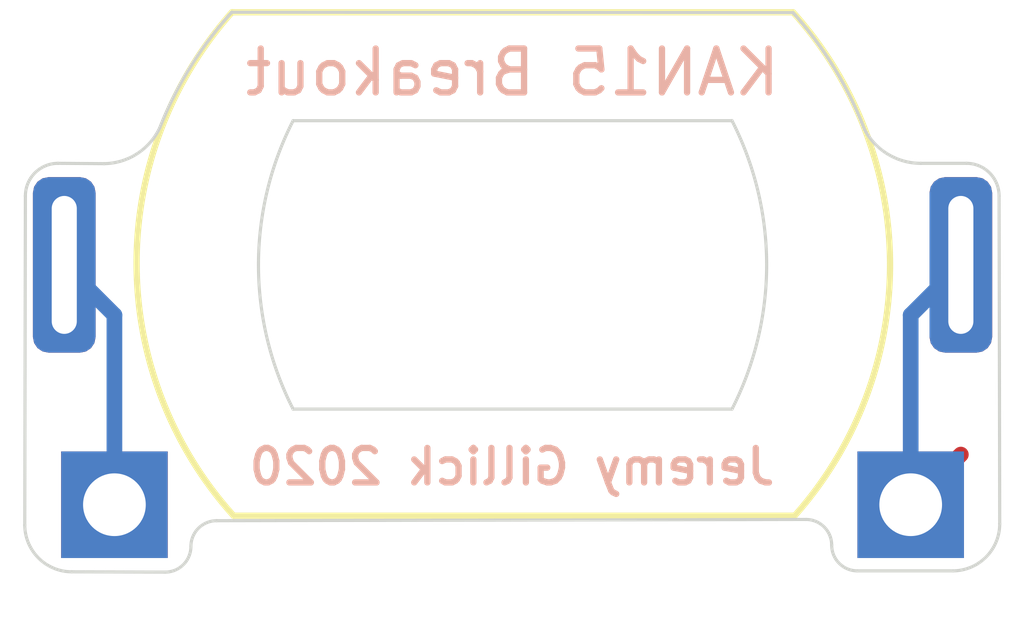
<source format=kicad_pcb>
(kicad_pcb (version 20171130) (host pcbnew "(5.1.6-0-10_14)")

  (general
    (thickness 1.6)
    (drawings 26)
    (tracks 5)
    (zones 0)
    (modules 3)
    (nets 3)
  )

  (page A4)
  (layers
    (0 F.Cu signal)
    (31 B.Cu signal)
    (32 B.Adhes user)
    (33 F.Adhes user)
    (34 B.Paste user)
    (35 F.Paste user)
    (36 B.SilkS user)
    (37 F.SilkS user)
    (38 B.Mask user)
    (39 F.Mask user)
    (40 Dwgs.User user)
    (41 Cmts.User user)
    (42 Eco1.User user)
    (43 Eco2.User user)
    (44 Edge.Cuts user)
    (45 Margin user)
    (46 B.CrtYd user)
    (47 F.CrtYd user)
    (48 B.Fab user)
    (49 F.Fab user hide)
  )

  (setup
    (last_trace_width 0.25)
    (trace_clearance 0.2)
    (zone_clearance 0.508)
    (zone_45_only no)
    (trace_min 0.2)
    (via_size 0.8)
    (via_drill 0.4)
    (via_min_size 0.4)
    (via_min_drill 0.3)
    (uvia_size 0.3)
    (uvia_drill 0.1)
    (uvias_allowed no)
    (uvia_min_size 0.2)
    (uvia_min_drill 0.1)
    (edge_width 0.05)
    (segment_width 0.2)
    (pcb_text_width 0.3)
    (pcb_text_size 1.5 1.5)
    (mod_edge_width 0.12)
    (mod_text_size 1 1)
    (mod_text_width 0.15)
    (pad_size 1.524 1.524)
    (pad_drill 0.762)
    (pad_to_mask_clearance 0.05)
    (aux_axis_origin 0 0)
    (visible_elements FFFFFF7F)
    (pcbplotparams
      (layerselection 0x010fc_ffffffff)
      (usegerberextensions false)
      (usegerberattributes true)
      (usegerberadvancedattributes true)
      (creategerberjobfile true)
      (excludeedgelayer true)
      (linewidth 0.100000)
      (plotframeref false)
      (viasonmask false)
      (mode 1)
      (useauxorigin false)
      (hpglpennumber 1)
      (hpglpenspeed 20)
      (hpglpendiameter 15.000000)
      (psnegative false)
      (psa4output false)
      (plotreference true)
      (plotvalue true)
      (plotinvisibletext false)
      (padsonsilk false)
      (subtractmaskfromsilk false)
      (outputformat 1)
      (mirror false)
      (drillshape 1)
      (scaleselection 1)
      (outputdirectory ""))
  )

  (net 0 "")
  (net 1 "Net-(J2-Pad1)")
  (net 2 "Net-(J3-Pad1)")

  (net_class Default "This is the default net class."
    (clearance 0.2)
    (trace_width 0.25)
    (via_dia 0.8)
    (via_drill 0.4)
    (uvia_dia 0.3)
    (uvia_drill 0.1)
    (add_net "Net-(J2-Pad1)")
    (add_net "Net-(J3-Pad1)")
  )

  (module "Jeremy Button/Switch:SW_KAN-15_PHT" (layer F.Cu) (tedit 5F62E4DB) (tstamp 5F62E7AF)
    (at 100 100)
    (descr "PUSH BUTTON SWITCH - DC30V 1A - https://www.aliexpress.com/item/32818559623.html")
    (tags "flashlight pushbutton")
    (path /5F62E467)
    (fp_text reference SW1 (at 0 0.15 180) (layer F.SilkS) hide
      (effects (font (size 1 1) (thickness 0.15)))
    )
    (fp_text value KAN-15 (at 0.4 5.375 180) (layer F.Fab)
      (effects (font (size 1 1) (thickness 0.15)))
    )
    (fp_line (start -4.45 4) (end 4.5 4) (layer F.SilkS) (width 0.1))
    (fp_line (start 4.474321 -4.028703) (end -4.475679 -4.028703) (layer F.SilkS) (width 0.1))
    (fp_line (start -6.21 -4.2) (end -0.01 -4.2) (layer F.CrtYd) (width 0.05))
    (fp_line (start -0.01 -4.2) (end -0.01 -2.25) (layer F.CrtYd) (width 0.05))
    (fp_line (start 6.166885 -4.192841) (end 0.01 -4.2) (layer F.CrtYd) (width 0.05))
    (fp_line (start 0.01 -4.2) (end 0.01 -2.25) (layer F.CrtYd) (width 0.05))
    (fp_line (start 0.01 -2.25) (end 3.56 -2.25) (layer F.CrtYd) (width 0.05))
    (fp_line (start -0.01 -2.25) (end -3.55 -2.25) (layer F.CrtYd) (width 0.05))
    (fp_line (start 6.16 4.2) (end 0.01 4.2) (layer F.CrtYd) (width 0.05))
    (fp_line (start 0.01 4.2) (end 0.01 2.25) (layer F.CrtYd) (width 0.05))
    (fp_line (start 0.01 2.25) (end 3.56 2.249999) (layer F.CrtYd) (width 0.05))
    (fp_line (start -6.216885 4.192841) (end -0.01 4.2) (layer F.CrtYd) (width 0.05))
    (fp_line (start -0.01 4.2) (end -0.01 2.25) (layer F.CrtYd) (width 0.05))
    (fp_line (start -0.01 2.25) (end -3.55 2.249999) (layer F.CrtYd) (width 0.05))
    (fp_arc (start -2.05 -0.000001) (end 3.56 2.249999) (angle -43.70842119) (layer F.CrtYd) (width 0.05))
    (fp_arc (start 1.8 0) (end 6.16 4.2) (angle -87.76434705) (layer F.CrtYd) (width 0.05))
    (fp_arc (start 2.06 0) (end -3.55 -2.25) (angle -43.70842119) (layer F.CrtYd) (width 0.05))
    (fp_arc (start -1.85 0) (end -6.21 -4.2) (angle -87.76434705) (layer F.CrtYd) (width 0.05))
    (fp_arc (start 0.024321 -0.028703) (end -4.475679 -4.028703) (angle -83.63358372) (layer F.SilkS) (width 0.1))
    (fp_arc (start 0 0) (end 4.5 4) (angle -83.63358372) (layer F.SilkS) (width 0.1))
    (pad 1 thru_hole roundrect (at -7.15 0) (size 1 2.8) (drill oval 0.4 2.2) (layers *.Cu *.Mask) (roundrect_rratio 0.25)
      (net 1 "Net-(J2-Pad1)"))
    (pad 2 thru_hole roundrect (at 7.15 0) (size 1 2.8) (drill oval 0.4 2.2) (layers *.Cu *.Mask) (roundrect_rratio 0.25)
      (net 2 "Net-(J3-Pad1)"))
    (model ${JGILLICK_LIBS}/3dmodels/Button_Switch.3dshapes/SW_KAN-15_PTH.step
      (at (xyz 0 0 0))
      (scale (xyz 1 1 1))
      (rotate (xyz 0 0 0))
    )
  )

  (module Connector_PinHeader_2.54mm:PinHeader_1x01_P2.54mm_Vertical (layer F.Cu) (tedit 5F644FC3) (tstamp 5F634957)
    (at 106.35 103.825 180)
    (descr "Through hole straight pin header, 1x01, 2.54mm pitch, single row")
    (tags "Through hole pin header THT 1x01 2.54mm single row")
    (path /5F63427C)
    (fp_text reference J3 (at 0 -2.33) (layer F.SilkS) hide
      (effects (font (size 1 1) (thickness 0.15)))
    )
    (fp_text value Conn_01x01 (at 0 2.33) (layer F.Fab)
      (effects (font (size 1 1) (thickness 0.15)))
    )
    (fp_line (start 1.8 -1.8) (end -1.8 -1.8) (layer F.CrtYd) (width 0.05))
    (fp_line (start 1.8 1.8) (end 1.8 -1.8) (layer F.CrtYd) (width 0.05))
    (fp_line (start -1.8 1.8) (end 1.8 1.8) (layer F.CrtYd) (width 0.05))
    (fp_line (start -1.8 -1.8) (end -1.8 1.8) (layer F.CrtYd) (width 0.05))
    (fp_line (start -1.27 -0.635) (end -0.635 -1.27) (layer F.Fab) (width 0.1))
    (fp_line (start -1.27 1.27) (end -1.27 -0.635) (layer F.Fab) (width 0.1))
    (fp_line (start 1.27 1.27) (end -1.27 1.27) (layer F.Fab) (width 0.1))
    (fp_line (start 1.27 -1.27) (end 1.27 1.27) (layer F.Fab) (width 0.1))
    (fp_line (start -0.635 -1.27) (end 1.27 -1.27) (layer F.Fab) (width 0.1))
    (fp_text user %R (at 0 0 90) (layer F.Fab)
      (effects (font (size 1 1) (thickness 0.15)))
    )
    (pad 1 thru_hole rect (at 0 0 180) (size 1.7 1.7) (drill 1) (layers *.Cu *.Mask)
      (net 2 "Net-(J3-Pad1)"))
  )

  (module Connector_PinHeader_2.54mm:PinHeader_1x01_P2.54mm_Vertical locked (layer F.Cu) (tedit 5F644FB9) (tstamp 5F639A5D)
    (at 93.65 103.825 90)
    (descr "Through hole straight pin header, 1x01, 2.54mm pitch, single row")
    (tags "Through hole pin header THT 1x01 2.54mm single row")
    (path /5F6336D3)
    (fp_text reference J2 (at 0 -2.33 270) (layer F.SilkS) hide
      (effects (font (size 1 1) (thickness 0.15)))
    )
    (fp_text value Conn_01x01 (at 0 2.33 270) (layer F.Fab)
      (effects (font (size 1 1) (thickness 0.15)))
    )
    (fp_line (start -0.635 -1.27) (end 1.27 -1.27) (layer F.Fab) (width 0.1))
    (fp_line (start 1.27 -1.27) (end 1.27 1.27) (layer F.Fab) (width 0.1))
    (fp_line (start -1.27 1.27) (end -1.27 -0.635) (layer F.Fab) (width 0.1))
    (fp_line (start -1.27 -0.635) (end -0.635 -1.27) (layer F.Fab) (width 0.1))
    (fp_line (start -1.8 -1.8) (end -1.8 1.8) (layer F.CrtYd) (width 0.05))
    (fp_line (start -1.8 1.8) (end 1.8 1.8) (layer F.CrtYd) (width 0.05))
    (fp_line (start 1.8 1.8) (end 1.8 -1.8) (layer F.CrtYd) (width 0.05))
    (fp_line (start 1.8 -1.8) (end -1.8 -1.8) (layer F.CrtYd) (width 0.05))
    (fp_text user %R (at 0 0) (layer F.Fab)
      (effects (font (size 1 1) (thickness 0.15)))
    )
    (pad 1 thru_hole rect (at 0 0 90) (size 1.7 1.7) (drill 1) (layers *.Cu *.Mask)
      (net 1 "Net-(J2-Pad1)"))
  )

  (gr_arc (start 98.990001 100) (end 103.5 102.299999) (angle -54.04114679) (layer Edge.Cuts) (width 0.05) (tstamp 5F6C1D8D))
  (gr_arc (start 101.01 100) (end 96.500001 97.700001) (angle -54.04114679) (layer Edge.Cuts) (width 0.05))
  (gr_line (start 96.5 102.3) (end 103.5 102.299999) (layer Edge.Cuts) (width 0.05) (tstamp 5F6C1CD1))
  (gr_line (start 96.5 97.7) (end 103.5 97.7) (layer Edge.Cuts) (width 0.05))
  (gr_line (start 94.46 104.9) (end 92.97 104.895017) (layer Edge.Cuts) (width 0.05) (tstamp 5F6C1B43))
  (gr_arc (start 95.28 104.49) (end 95.28 104.08) (angle -90) (layer Edge.Cuts) (width 0.05) (tstamp 5F6C1B30))
  (gr_arc (start 94.46 104.49) (end 94.46 104.9) (angle -90) (layer Edge.Cuts) (width 0.05) (tstamp 5F6C1B12))
  (gr_arc (start 104.68 104.47) (end 105.09 104.47) (angle -90) (layer Edge.Cuts) (width 0.05) (tstamp 5F6C1AF5))
  (gr_arc (start 105.5 104.47) (end 105.09 104.47) (angle -90) (layer Edge.Cuts) (width 0.05))
  (gr_line (start 107.024983 104.88) (end 105.5 104.88) (layer Edge.Cuts) (width 0.05))
  (gr_line (start 104.68 104.06) (end 95.28 104.08) (layer Edge.Cuts) (width 0.05))
  (gr_arc (start 99.99 100) (end 105.60712 97.826692) (angle -20.75770678) (layer Edge.Cuts) (width 0.05))
  (gr_arc (start 99.959999 100.009999) (end 95.52 95.97) (angle -20.80211291) (layer Edge.Cuts) (width 0.05))
  (gr_arc (start 93.472766 97.390699) (end 93.485643 98.385293) (angle -64.31433064) (layer Edge.Cuts) (width 0.05) (tstamp 5F6C176B))
  (gr_arc (start 106.51 97.366693) (end 105.60712 97.826692) (angle -63.00205791) (layer Edge.Cuts) (width 0.05))
  (gr_arc (start 107.24 98.9) (end 107.76 98.9) (angle -90) (layer Edge.Cuts) (width 0.05) (tstamp 5F6C226D))
  (gr_arc (start 92.75 98.9) (end 92.75 98.38) (angle -90) (layer Edge.Cuts) (width 0.05))
  (gr_line (start 106.51 98.38) (end 107.24 98.38) (layer Edge.Cuts) (width 0.05) (tstamp 5F6C12BB))
  (gr_line (start 92.75 98.38) (end 93.485643 98.385293) (layer Edge.Cuts) (width 0.05))
  (gr_arc (start 92.970001 104.145001) (end 92.220002 104.15) (angle -89.6180338) (layer Edge.Cuts) (width 0.05) (tstamp 5F64A964))
  (gr_arc (start 107.019984 104.130001) (end 107.024983 104.88) (angle -89.6180338) (layer Edge.Cuts) (width 0.05) (tstamp 5F6C226A))
  (gr_text "Jeremy Gillick 2020" (at 99.99 103.22) (layer B.SilkS)
    (effects (font (size 0.55 0.55) (thickness 0.1)) (justify mirror))
  )
  (gr_text "KAN15 Breakout" (at 100 96.93) (layer B.SilkS)
    (effects (font (size 0.7 0.7) (thickness 0.1)) (justify mirror))
  )
  (gr_line (start 92.220002 104.15) (end 92.23 98.9) (layer Edge.Cuts) (width 0.05) (tstamp 5F6C1241))
  (gr_line (start 107.76 98.9) (end 107.77 104.130002) (layer Edge.Cuts) (width 0.05) (tstamp 5F6C2267))
  (gr_line (start 95.52 95.97) (end 104.472242 95.976965) (layer Edge.Cuts) (width 0.05))

  (segment (start 93.65 100.8) (end 92.85 100) (width 0.25) (layer B.Cu) (net 1))
  (segment (start 93.65 103.825) (end 93.65 100.8) (width 0.25) (layer B.Cu) (net 1))
  (segment (start 107.15 103.025) (end 106.35 103.825) (width 0.25) (layer F.Cu) (net 2))
  (segment (start 106.35 100.8) (end 107.15 100) (width 0.25) (layer B.Cu) (net 2))
  (segment (start 106.35 103.825) (end 106.35 100.8) (width 0.25) (layer B.Cu) (net 2))

)

</source>
